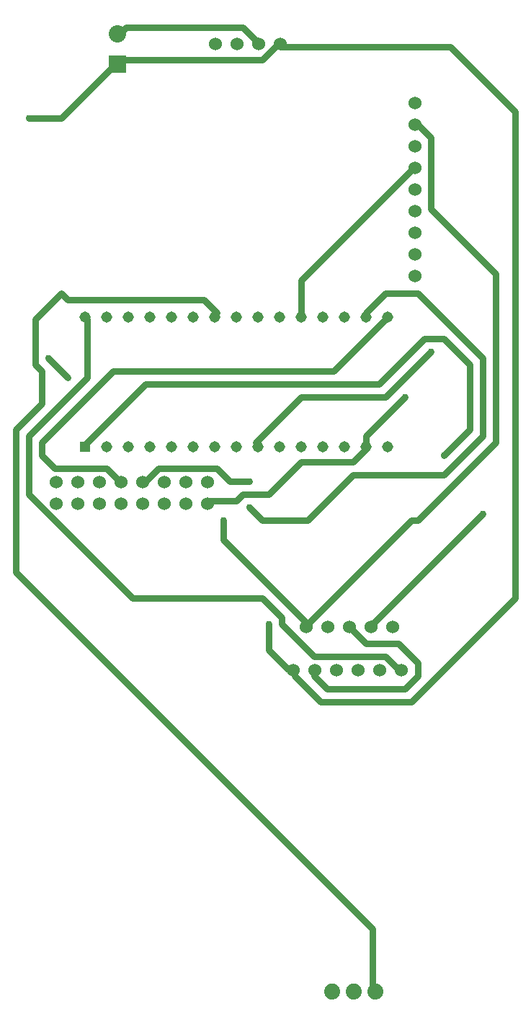
<source format=gbr>
G04 EAGLE Gerber RS-274X export*
G75*
%MOMM*%
%FSLAX34Y34*%
%LPD*%
%INBottom Copper*%
%IPPOS*%
%AMOC8*
5,1,8,0,0,1.08239X$1,22.5*%
G01*
%ADD10R,1.308000X1.308000*%
%ADD11C,1.308000*%
%ADD12R,2.032000X2.032000*%
%ADD13C,2.032000*%
%ADD14C,1.879600*%
%ADD15C,1.524000*%
%ADD16C,0.762000*%
%ADD17C,0.756400*%


D10*
X134900Y810400D03*
D11*
X160300Y810400D03*
X185700Y810400D03*
X211100Y810400D03*
X236500Y810400D03*
X261900Y810400D03*
X287300Y810400D03*
X312700Y810400D03*
X338100Y810400D03*
X363500Y810400D03*
X388900Y810400D03*
X414300Y810400D03*
X439700Y810400D03*
X465100Y810400D03*
X490500Y810400D03*
X490500Y962800D03*
X465100Y962800D03*
X439700Y962800D03*
X414300Y962800D03*
X388900Y962800D03*
X363500Y962800D03*
X338100Y962800D03*
X312700Y962800D03*
X287300Y962800D03*
X261900Y962800D03*
X236500Y962800D03*
X211100Y962800D03*
X185700Y962800D03*
X160300Y962800D03*
X134900Y962800D03*
D12*
X172500Y1260000D03*
D13*
X172500Y1295000D03*
D14*
X425000Y170000D03*
X450400Y170000D03*
X475800Y170000D03*
D15*
X506000Y547500D03*
X480600Y547500D03*
X455200Y547500D03*
X429800Y547500D03*
X404400Y547500D03*
X379000Y547500D03*
X101100Y743100D03*
X126500Y743100D03*
X151900Y743100D03*
X177300Y743100D03*
X202700Y743100D03*
X228100Y743100D03*
X253500Y743100D03*
X278900Y743100D03*
X278900Y768500D03*
X253500Y768500D03*
X228100Y768500D03*
X202700Y768500D03*
X177300Y768500D03*
X151900Y768500D03*
X126500Y768500D03*
X101100Y768500D03*
X394200Y598800D03*
X419600Y598800D03*
X445000Y598800D03*
X470400Y598800D03*
X495800Y598800D03*
X522000Y1214300D03*
X522000Y1188900D03*
X522000Y1163500D03*
X522000Y1138100D03*
X522000Y1112700D03*
X522000Y1087300D03*
X522000Y1061900D03*
X522000Y1036500D03*
X522000Y1011100D03*
X364020Y1283150D03*
X313220Y1283150D03*
X287820Y1283150D03*
X338620Y1283150D03*
D16*
X335280Y1287780D02*
X320040Y1303020D01*
X182880Y1303020D01*
X175260Y1295400D01*
X335280Y1287780D02*
X338620Y1283150D01*
X175260Y1295400D02*
X172500Y1295000D01*
X403860Y541020D02*
X419100Y525780D01*
X510540Y525780D01*
X525780Y541020D01*
X525780Y556260D01*
X502920Y579120D01*
X464820Y579120D01*
X449580Y594360D01*
X404400Y547500D02*
X403860Y541020D01*
X449580Y594360D02*
X445000Y598800D01*
X312420Y746760D02*
X281940Y746760D01*
X312420Y746760D02*
X320040Y754380D01*
X350520Y754380D01*
X388620Y792480D01*
X449580Y792480D01*
X464820Y807720D01*
X281940Y746760D02*
X278900Y743100D01*
X464820Y807720D02*
X465100Y810400D01*
X464820Y822960D02*
X510540Y868680D01*
X464820Y822960D02*
X464820Y815340D01*
X465100Y810400D01*
D17*
X510540Y868680D03*
D16*
X297180Y723900D02*
X297180Y701040D01*
X396240Y601980D01*
X518160Y723900D01*
X525780Y723900D01*
X617220Y815340D01*
X617220Y1013460D01*
X541020Y1089660D01*
X541020Y1173480D01*
X525780Y1188720D01*
X396240Y601980D02*
X394200Y598800D01*
X522000Y1188900D02*
X525780Y1188720D01*
D17*
X297180Y723900D03*
D16*
X388620Y967740D02*
X388620Y1005840D01*
X388620Y967740D02*
X388900Y962800D01*
X522000Y1138100D02*
X521440Y1138660D01*
X388620Y1005840D01*
X114300Y891540D02*
X91440Y914400D01*
D17*
X91440Y914400D03*
X114300Y891540D03*
D16*
X335280Y815340D02*
X388620Y868680D01*
X487680Y868680D01*
X541020Y922020D01*
X601980Y731520D02*
X472440Y601980D01*
X338100Y810400D02*
X335280Y815340D01*
X472440Y601980D02*
X470400Y598800D01*
D17*
X541020Y922020D03*
X601980Y731520D03*
D16*
X289560Y967740D02*
X274320Y982980D01*
X114300Y982980D01*
X106680Y990600D01*
X76200Y960120D01*
X76200Y906780D01*
X83820Y899160D01*
X83820Y861060D01*
X53340Y830580D01*
X53340Y662940D01*
X472440Y243840D01*
X472440Y175260D01*
X287300Y962800D02*
X289560Y967740D01*
X472440Y175260D02*
X475800Y170000D01*
X426720Y899160D02*
X487680Y960120D01*
X426720Y899160D02*
X167640Y899160D01*
X83820Y815340D01*
X83820Y800100D01*
X99060Y784860D01*
X160020Y784860D01*
X175260Y769620D01*
X487680Y960120D02*
X490500Y962800D01*
X177300Y768500D02*
X175260Y769620D01*
X464820Y967740D02*
X487680Y990600D01*
X525780Y990600D01*
X601980Y914400D01*
X601980Y822960D01*
X556260Y777240D01*
X449580Y777240D01*
X396240Y723900D01*
X342900Y723900D01*
X327660Y739140D01*
X327660Y769620D02*
X304800Y769620D01*
X289560Y784860D01*
X220980Y784860D01*
X205740Y769620D01*
X465100Y962800D02*
X464820Y967740D01*
X205740Y769620D02*
X202700Y768500D01*
D17*
X327660Y739140D03*
X327660Y769620D03*
D16*
X106680Y1196340D02*
X68580Y1196340D01*
X106680Y1196340D02*
X167640Y1257300D01*
X172500Y1260000D01*
X342900Y1264920D02*
X358140Y1280160D01*
X342900Y1264920D02*
X175260Y1264920D01*
X358140Y1280160D02*
X364020Y1283150D01*
X175260Y1264920D02*
X172500Y1260000D01*
X365760Y1280160D02*
X563880Y1280160D01*
X640080Y1203960D01*
X640080Y632460D01*
X518160Y510540D01*
X411480Y510540D01*
X381000Y541020D01*
X365760Y1280160D02*
X364020Y1283150D01*
X379000Y547500D02*
X381000Y541020D01*
X350520Y571500D02*
X350520Y601980D01*
X350520Y571500D02*
X373380Y548640D01*
X379000Y547500D01*
D17*
X68580Y1196340D03*
X350520Y601980D03*
D16*
X137160Y815340D02*
X205740Y883920D01*
X480060Y883920D01*
X533400Y937260D01*
X556260Y937260D01*
X586740Y906780D01*
X586740Y830580D01*
X556260Y800100D01*
X137160Y815340D02*
X134900Y810400D01*
D17*
X556260Y800100D03*
D16*
X137160Y891540D02*
X137160Y960120D01*
X137160Y891540D02*
X68580Y822960D01*
X68580Y754380D01*
X190500Y632460D01*
X342900Y632460D01*
X365760Y609600D01*
X365760Y601980D01*
X403860Y563880D01*
X487680Y563880D01*
X502920Y548640D01*
X137160Y960120D02*
X134900Y962800D01*
X502920Y548640D02*
X506000Y547500D01*
M02*

</source>
